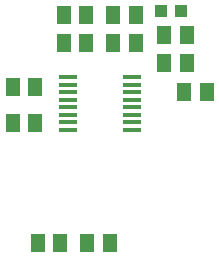
<source format=gbr>
G04 EAGLE Gerber RS-274X export*
G75*
%MOMM*%
%FSLAX34Y34*%
%LPD*%
%INSolderpaste Bottom*%
%IPPOS*%
%AMOC8*
5,1,8,0,0,1.08239X$1,22.5*%
G01*
%ADD10R,1.526000X0.435000*%
%ADD11R,1.300000X1.500000*%
%ADD12R,1.100000X1.000000*%


D10*
X122880Y313780D03*
X122880Y320120D03*
X122880Y326480D03*
X122880Y332820D03*
X122880Y339180D03*
X122880Y345520D03*
X122880Y351880D03*
X122880Y358220D03*
X177120Y358220D03*
X177120Y351880D03*
X177120Y345520D03*
X177120Y339180D03*
X177120Y332820D03*
X177120Y326480D03*
X177120Y320120D03*
X177120Y313780D03*
D11*
X223500Y394000D03*
X204500Y394000D03*
X161500Y411000D03*
X180500Y411000D03*
X138500Y411000D03*
X119500Y411000D03*
X223500Y370000D03*
X204500Y370000D03*
X119500Y387000D03*
X138500Y387000D03*
X180500Y387000D03*
X161500Y387000D03*
X221500Y346000D03*
X240500Y346000D03*
D12*
X201500Y414000D03*
X218500Y414000D03*
D11*
X76500Y350000D03*
X95500Y350000D03*
X76500Y320000D03*
X95500Y320000D03*
X97500Y218000D03*
X116500Y218000D03*
X139500Y218000D03*
X158500Y218000D03*
M02*

</source>
